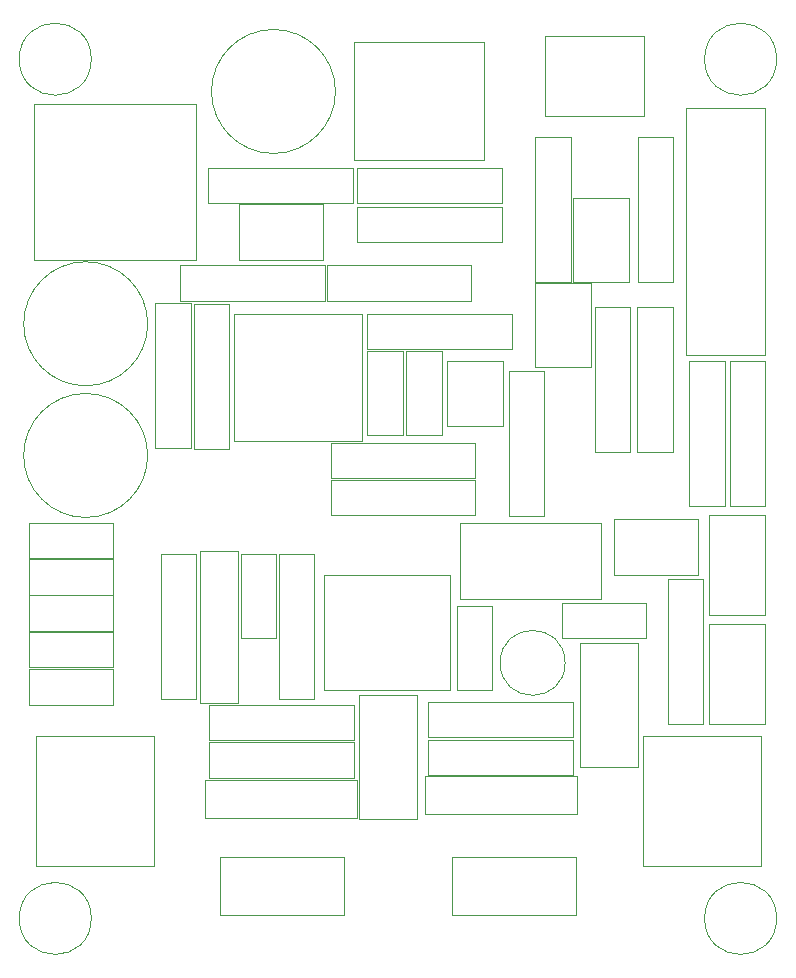
<source format=gbr>
%TF.GenerationSoftware,KiCad,Pcbnew,9.0.3*%
%TF.CreationDate,2025-08-27T16:52:30+03:00*%
%TF.ProjectId,Protection,50726f74-6563-4746-996f-6e2e6b696361,1.0*%
%TF.SameCoordinates,Original*%
%TF.FileFunction,Other,User*%
%FSLAX46Y46*%
G04 Gerber Fmt 4.6, Leading zero omitted, Abs format (unit mm)*
G04 Created by KiCad (PCBNEW 9.0.3) date 2025-08-27 16:52:30*
%MOMM*%
%LPD*%
G01*
G04 APERTURE LIST*
%ADD10C,0.050000*%
G04 APERTURE END LIST*
%TO.C,D4*%
D10*
X96460000Y-111450000D02*
X93260000Y-111450000D01*
X93260000Y-124310000D01*
X96460000Y-124310000D01*
X96460000Y-111450000D01*
%TO.C,Q4*%
X121620000Y-95900000D02*
X121620000Y-88800000D01*
X121620000Y-95900000D02*
X126360000Y-95900000D01*
X126360000Y-88800000D02*
X121620000Y-88800000D01*
X126360000Y-88800000D02*
X126360000Y-95900000D01*
%TO.C,C3*%
X104700000Y-72557323D02*
G75*
G02*
X94200000Y-72557323I-5250000J0D01*
G01*
X94200000Y-72557323D02*
G75*
G02*
X104700000Y-72557323I5250000J0D01*
G01*
%TO.C,R19*%
X93970000Y-124470000D02*
X106230000Y-124470000D01*
X106230000Y-127470000D01*
X93970000Y-127470000D01*
X93970000Y-124470000D01*
%TO.C,C11*%
X99670000Y-111750000D02*
X96670000Y-111750000D01*
X96670000Y-118850000D01*
X99670000Y-118850000D01*
X99670000Y-111750000D01*
%TO.C,C10*%
X85850000Y-112075000D02*
X78750000Y-112075000D01*
X78750000Y-109075000D01*
X85850000Y-109075000D01*
X85850000Y-112075000D01*
%TO.C,R14*%
X130250000Y-103100000D02*
X133250000Y-103100000D01*
X133250000Y-90840000D01*
X130250000Y-90840000D01*
X130250000Y-103100000D01*
%TO.C,H2*%
X142050000Y-69825000D02*
G75*
G02*
X135950000Y-69825000I-3050000J0D01*
G01*
X135950000Y-69825000D02*
G75*
G02*
X142050000Y-69825000I3050000J0D01*
G01*
%TO.C,PS1*%
X115200000Y-109060000D02*
X115200000Y-115560000D01*
X115200000Y-115560000D02*
X127200000Y-115560000D01*
X127200000Y-109060000D02*
X115200000Y-109060000D01*
X127200000Y-115560000D02*
X127200000Y-109060000D01*
%TO.C,R7*%
X104280000Y-105435000D02*
X116540000Y-105435000D01*
X116540000Y-108435000D01*
X104280000Y-108435000D01*
X104280000Y-105435000D01*
%TO.C,R5*%
X92680000Y-102790000D02*
X95680000Y-102790000D01*
X95680000Y-90530000D01*
X92680000Y-90530000D01*
X92680000Y-102790000D01*
%TO.C,R12*%
X124620000Y-76390000D02*
X121620000Y-76390000D01*
X121620000Y-88650000D01*
X124620000Y-88650000D01*
X124620000Y-76390000D01*
%TO.C,H1*%
X84025000Y-69825000D02*
G75*
G02*
X77925000Y-69825000I-3050000J0D01*
G01*
X77925000Y-69825000D02*
G75*
G02*
X84025000Y-69825000I3050000J0D01*
G01*
%TO.C,R9*%
X124820000Y-130430000D02*
X112560000Y-130430000D01*
X112560000Y-127430000D01*
X124820000Y-127430000D01*
X124820000Y-130430000D01*
%TO.C,R8*%
X104280000Y-102310000D02*
X116540000Y-102310000D01*
X116540000Y-105310000D01*
X104280000Y-105310000D01*
X104280000Y-102310000D01*
%TO.C,C8*%
X85850000Y-118225000D02*
X78750000Y-118225000D01*
X78750000Y-115225000D01*
X85850000Y-115225000D01*
X85850000Y-118225000D01*
%TO.C,J2*%
X136290000Y-117610000D02*
X136290000Y-126110000D01*
X136290000Y-126110000D02*
X141090000Y-126110000D01*
X141090000Y-117610000D02*
X136290000Y-117610000D01*
X141090000Y-126110000D02*
X141090000Y-117610000D01*
%TO.C,U1*%
X114135000Y-100845000D02*
X114135000Y-95385000D01*
X114135000Y-100845000D02*
X118875000Y-100845000D01*
X118875000Y-95385000D02*
X114135000Y-95385000D01*
X118875000Y-95385000D02*
X118875000Y-100845000D01*
%TO.C,C7*%
X85850000Y-121325000D02*
X78750000Y-121325000D01*
X78750000Y-118325000D01*
X85850000Y-118325000D01*
X85850000Y-121325000D01*
%TO.C,R10*%
X126650000Y-103100000D02*
X129650000Y-103100000D01*
X129650000Y-90840000D01*
X126650000Y-90840000D01*
X126650000Y-103100000D01*
%TO.C,R1*%
X107375000Y-91365000D02*
X119635000Y-91365000D01*
X119635000Y-94365000D01*
X107375000Y-94365000D01*
X107375000Y-91365000D01*
%TO.C,R13*%
X133310000Y-76390000D02*
X130310000Y-76390000D01*
X130310000Y-88650000D01*
X133310000Y-88650000D01*
X133310000Y-76390000D01*
%TO.C,J6*%
X136290000Y-108410000D02*
X136290000Y-116910000D01*
X136290000Y-116910000D02*
X141090000Y-116910000D01*
X141090000Y-108410000D02*
X136290000Y-108410000D01*
X141090000Y-116910000D02*
X141090000Y-108410000D01*
%TO.C,R16*%
X106530000Y-79010000D02*
X118790000Y-79010000D01*
X118790000Y-82010000D01*
X106530000Y-82010000D01*
X106530000Y-79010000D01*
%TO.C,C5*%
X88800001Y-92225000D02*
G75*
G02*
X78299999Y-92225000I-5250001J0D01*
G01*
X78299999Y-92225000D02*
G75*
G02*
X88800001Y-92225000I5250001J0D01*
G01*
%TO.C,R15*%
X93940000Y-79010000D02*
X106200000Y-79010000D01*
X106200000Y-82010000D01*
X93940000Y-82010000D01*
X93940000Y-79010000D01*
%TO.C,R22*%
X138090000Y-107680000D02*
X141090000Y-107680000D01*
X141090000Y-95420000D01*
X138090000Y-95420000D01*
X138090000Y-107680000D01*
%TO.C,U3*%
X114390000Y-113515000D02*
X103730000Y-113515000D01*
X103730000Y-123245000D01*
X114390000Y-123245000D01*
X114390000Y-113515000D01*
%TO.C,J4*%
X130717500Y-127120000D02*
X130717500Y-138120000D01*
X130717500Y-138120000D02*
X140717500Y-138120000D01*
X140717500Y-127120000D02*
X130717500Y-127120000D01*
X140717500Y-138120000D02*
X140717500Y-127120000D01*
%TO.C,R24*%
X135810000Y-113870000D02*
X132810000Y-113870000D01*
X132810000Y-126130000D01*
X135810000Y-126130000D01*
X135810000Y-113870000D01*
%TO.C,Q5*%
X96520000Y-82100000D02*
X96520000Y-86840000D01*
X96520000Y-82100000D02*
X103620000Y-82100000D01*
X103620000Y-86840000D02*
X96520000Y-86840000D01*
X103620000Y-86840000D02*
X103620000Y-82100000D01*
%TO.C,C6*%
X85850000Y-124475000D02*
X78750000Y-124475000D01*
X78750000Y-121475000D01*
X85850000Y-121475000D01*
X85850000Y-124475000D01*
%TO.C,C2*%
X107380000Y-101615000D02*
X110380000Y-101615000D01*
X110380000Y-94515000D01*
X107380000Y-94515000D01*
X107380000Y-101615000D01*
%TO.C,R3*%
X91520000Y-87290000D02*
X103780000Y-87290000D01*
X103780000Y-90290000D01*
X91520000Y-90290000D01*
X91520000Y-87290000D01*
%TO.C,R21*%
X112560000Y-124240000D02*
X124820000Y-124240000D01*
X124820000Y-127240000D01*
X112560000Y-127240000D01*
X112560000Y-124240000D01*
%TO.C,J5*%
X134340000Y-73950000D02*
X134340000Y-94850000D01*
X134340000Y-94850000D02*
X141090000Y-94850000D01*
X141090000Y-73950000D02*
X134340000Y-73950000D01*
X141090000Y-94850000D02*
X141090000Y-73950000D01*
%TO.C,C14*%
X124140000Y-120935113D02*
G75*
G02*
X118640000Y-120935113I-2750000J0D01*
G01*
X118640000Y-120935113D02*
G75*
G02*
X124140000Y-120935113I2750000J0D01*
G01*
%TO.C,R2*%
X103955000Y-87290000D02*
X116215000Y-87290000D01*
X116215000Y-90290000D01*
X103955000Y-90290000D01*
X103955000Y-87290000D01*
%TO.C,D3*%
X106520000Y-134040000D02*
X93660000Y-134040000D01*
X93660000Y-130840000D01*
X106520000Y-130840000D01*
X106520000Y-134040000D01*
%TO.C,L1*%
X79165000Y-73600000D02*
X92885000Y-73600000D01*
X79165000Y-86800000D02*
X79165000Y-73600000D01*
X92885000Y-73600000D02*
X92885000Y-86800000D01*
X92885000Y-86800000D02*
X79165000Y-86800000D01*
%TO.C,R17*%
X118790000Y-85310000D02*
X106530000Y-85310000D01*
X106530000Y-82310000D01*
X118790000Y-82310000D01*
X118790000Y-85310000D01*
%TO.C,Q8*%
X94897500Y-137345000D02*
X94897500Y-142255000D01*
X94897500Y-142255000D02*
X105397500Y-142255000D01*
X105397500Y-137345000D02*
X94897500Y-137345000D01*
X105397500Y-142255000D02*
X105397500Y-137345000D01*
%TO.C,U2*%
X96130000Y-91440000D02*
X96130000Y-102140000D01*
X96130000Y-102140000D02*
X106930000Y-102140000D01*
X106930000Y-91440000D02*
X96130000Y-91440000D01*
X106930000Y-102140000D02*
X106930000Y-91440000D01*
%TO.C,C4*%
X88800001Y-103375000D02*
G75*
G02*
X78299999Y-103375000I-5250001J0D01*
G01*
X78299999Y-103375000D02*
G75*
G02*
X88800001Y-103375000I5250001J0D01*
G01*
%TO.C,C1*%
X110680000Y-101615000D02*
X113680000Y-101615000D01*
X113680000Y-94515000D01*
X110680000Y-94515000D01*
X110680000Y-101615000D01*
%TO.C,R20*%
X119390000Y-108520000D02*
X122390000Y-108520000D01*
X122390000Y-96260000D01*
X119390000Y-96260000D01*
X119390000Y-108520000D01*
%TO.C,J1*%
X106300000Y-68350000D02*
X106300000Y-78350000D01*
X106300000Y-78350000D02*
X117300000Y-78350000D01*
X117300000Y-68350000D02*
X106300000Y-68350000D01*
X117300000Y-78350000D02*
X117300000Y-68350000D01*
%TO.C,R11*%
X102880000Y-111750000D02*
X99880000Y-111750000D01*
X99880000Y-124010000D01*
X102880000Y-124010000D01*
X102880000Y-111750000D01*
%TO.C,Q3*%
X124850000Y-88650000D02*
X124850000Y-81550000D01*
X124850000Y-88650000D02*
X129590000Y-88650000D01*
X129590000Y-81550000D02*
X124850000Y-81550000D01*
X129590000Y-81550000D02*
X129590000Y-88650000D01*
%TO.C,J3*%
X122410000Y-67885000D02*
X122410000Y-74635000D01*
X122410000Y-74635000D02*
X130810000Y-74635000D01*
X130810000Y-67885000D02*
X122410000Y-67885000D01*
X130810000Y-74635000D02*
X130810000Y-67885000D01*
%TO.C,R23*%
X134670000Y-107680000D02*
X137670000Y-107680000D01*
X137670000Y-95420000D01*
X134670000Y-95420000D01*
X134670000Y-107680000D01*
%TO.C,C9*%
X85850000Y-115155000D02*
X78750000Y-115155000D01*
X78750000Y-112155000D01*
X85850000Y-112155000D01*
X85850000Y-115155000D01*
%TO.C,R18*%
X106230000Y-130660000D02*
X93970000Y-130660000D01*
X93970000Y-127660000D01*
X106230000Y-127660000D01*
X106230000Y-130660000D01*
%TO.C,R4*%
X89450000Y-102770000D02*
X92450000Y-102770000D01*
X92450000Y-90510000D01*
X89450000Y-90510000D01*
X89450000Y-102770000D01*
%TO.C,R6*%
X92900000Y-111760000D02*
X89900000Y-111760000D01*
X89900000Y-124020000D01*
X92900000Y-124020000D01*
X92900000Y-111760000D01*
%TO.C,C13*%
X123910000Y-115860000D02*
X131010000Y-115860000D01*
X131010000Y-118860000D01*
X123910000Y-118860000D01*
X123910000Y-115860000D01*
%TO.C,H3*%
X84025000Y-142570000D02*
G75*
G02*
X77925000Y-142570000I-3050000J0D01*
G01*
X77925000Y-142570000D02*
G75*
G02*
X84025000Y-142570000I3050000J0D01*
G01*
%TO.C,H4*%
X142050000Y-142570000D02*
G75*
G02*
X135950000Y-142570000I-3050000J0D01*
G01*
X135950000Y-142570000D02*
G75*
G02*
X142050000Y-142570000I3050000J0D01*
G01*
%TO.C,Q1*%
X128250000Y-108790000D02*
X128250000Y-113530000D01*
X128250000Y-108790000D02*
X135350000Y-108790000D01*
X135350000Y-113530000D02*
X128250000Y-113530000D01*
X135350000Y-113530000D02*
X135350000Y-108790000D01*
%TO.C,D2*%
X125410000Y-119230000D02*
X125410000Y-129730000D01*
X125410000Y-129730000D02*
X130320000Y-129730000D01*
X130320000Y-119230000D02*
X125410000Y-119230000D01*
X130320000Y-129730000D02*
X130320000Y-119230000D01*
%TO.C,C15*%
X114970000Y-123240000D02*
X117970000Y-123240000D01*
X117970000Y-116140000D01*
X114970000Y-116140000D01*
X114970000Y-123240000D01*
%TO.C,D5*%
X125120000Y-133730000D02*
X112260000Y-133730000D01*
X112260000Y-130530000D01*
X125120000Y-130530000D01*
X125120000Y-133730000D01*
%TO.C,Q2*%
X106710000Y-123680000D02*
X106710000Y-134180000D01*
X106710000Y-134180000D02*
X111620000Y-134180000D01*
X111620000Y-123680000D02*
X106710000Y-123680000D01*
X111620000Y-134180000D02*
X111620000Y-123680000D01*
%TO.C,F1*%
X79362500Y-127120000D02*
X79362500Y-138120000D01*
X79362500Y-138120000D02*
X89362500Y-138120000D01*
X89362500Y-127120000D02*
X79362500Y-127120000D01*
X89362500Y-138120000D02*
X89362500Y-127120000D01*
%TO.C,Q6*%
X114577500Y-137345000D02*
X114577500Y-142255000D01*
X114577500Y-142255000D02*
X125077500Y-142255000D01*
X125077500Y-137345000D02*
X114577500Y-137345000D01*
X125077500Y-142255000D02*
X125077500Y-137345000D01*
%TD*%
M02*

</source>
